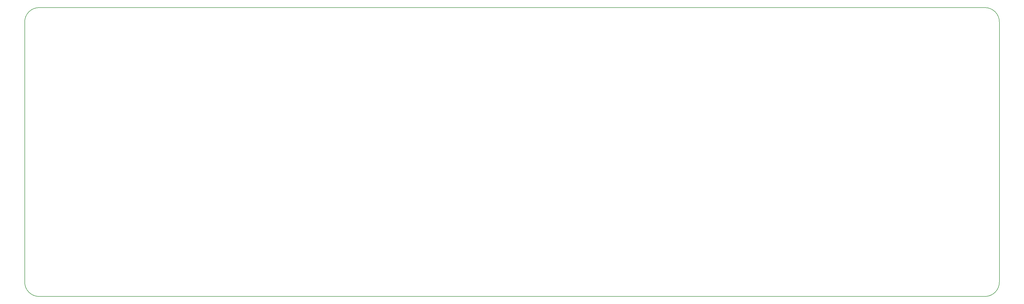
<source format=gbr>
G04 #@! TF.GenerationSoftware,KiCad,Pcbnew,(5.1.10)-1*
G04 #@! TF.CreationDate,2021-07-26T23:03:21+09:00*
G04 #@! TF.ProjectId,Snacks65,536e6163-6b73-4363-952e-6b696361645f,rev?*
G04 #@! TF.SameCoordinates,Original*
G04 #@! TF.FileFunction,Profile,NP*
%FSLAX46Y46*%
G04 Gerber Fmt 4.6, Leading zero omitted, Abs format (unit mm)*
G04 Created by KiCad (PCBNEW (5.1.10)-1) date 2021-07-26 23:03:21*
%MOMM*%
%LPD*%
G01*
G04 APERTURE LIST*
G04 #@! TA.AperFunction,Profile*
%ADD10C,0.200000*%
G04 #@! TD*
G04 APERTURE END LIST*
D10*
X16668750Y-22462500D02*
G75*
G02*
X21668750Y-17462500I5000000J0D01*
G01*
X16668750Y-112475000D02*
X16668750Y-22462500D01*
X21668750Y-117475000D02*
G75*
G02*
X16668750Y-112475000I0J5000000D01*
G01*
X348218750Y-117475000D02*
X21668750Y-117475000D01*
X353218750Y-112475000D02*
G75*
G02*
X348218750Y-117475000I-5000000J0D01*
G01*
X353218750Y-22462500D02*
X353218750Y-112475000D01*
X348218750Y-17462500D02*
G75*
G02*
X353218750Y-22462500I0J-5000000D01*
G01*
X21668750Y-17462500D02*
X348218750Y-17462500D01*
M02*

</source>
